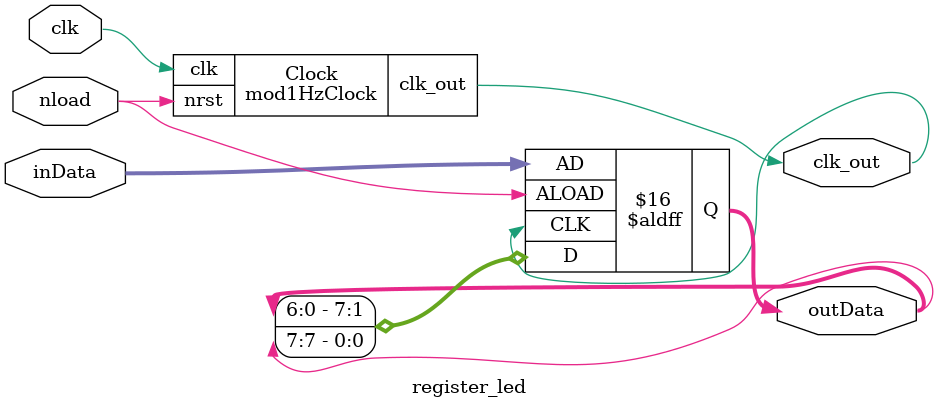
<source format=v>
module mod1HzClock (
    clk,
    nrst,
    clk_out
);
    input clk;
    input nrst;
    output clk_out;

    reg clk_out;
    reg [25:0] counter;


    always @(posedge clk or negedge nrst) begin
        if (nrst == 0) begin
            clk_out <= 0;
            counter <= 0;
        end else if (counter != 24999999) counter <= counter + 1;
        else begin
            clk_out <= !clk_out;
            counter <= 0;
        end
    end
endmodule

module register_led (
    clk,
    nload,
    inData,
    outData,
    clk_out
);
    input clk;
    input nload;
    input [7:0] inData;
    output [7:0] outData;
    output clk_out;
    reg [7:0] outData;

    mod1HzClock Clock (
        .clk    (clk),
        .nrst   (nload),
        .clk_out(clk_out)
    );
    // assign clk_out = clk;

    always @(posedge clk_out or negedge nload) begin
        if (nload == 0) outData <= inData;
        else outData <= {outData[6:0], outData[7]};
    end

endmodule



</source>
